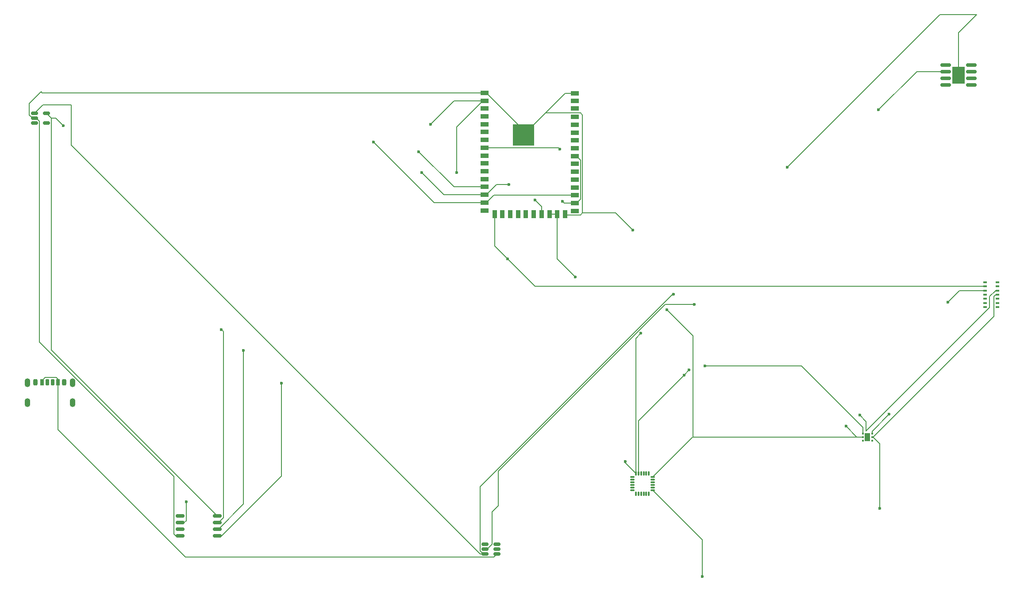
<source format=gbr>
%TF.GenerationSoftware,KiCad,Pcbnew,9.0.0*%
%TF.CreationDate,2025-04-09T11:56:36+05:30*%
%TF.ProjectId,IoT enabled health monitor,496f5420-656e-4616-926c-656420686561,rev?*%
%TF.SameCoordinates,Original*%
%TF.FileFunction,Copper,L1,Top*%
%TF.FilePolarity,Positive*%
%FSLAX46Y46*%
G04 Gerber Fmt 4.6, Leading zero omitted, Abs format (unit mm)*
G04 Created by KiCad (PCBNEW 9.0.0) date 2025-04-09 11:56:36*
%MOMM*%
%LPD*%
G01*
G04 APERTURE LIST*
G04 Aperture macros list*
%AMRoundRect*
0 Rectangle with rounded corners*
0 $1 Rounding radius*
0 $2 $3 $4 $5 $6 $7 $8 $9 X,Y pos of 4 corners*
0 Add a 4 corners polygon primitive as box body*
4,1,4,$2,$3,$4,$5,$6,$7,$8,$9,$2,$3,0*
0 Add four circle primitives for the rounded corners*
1,1,$1+$1,$2,$3*
1,1,$1+$1,$4,$5*
1,1,$1+$1,$6,$7*
1,1,$1+$1,$8,$9*
0 Add four rect primitives between the rounded corners*
20,1,$1+$1,$2,$3,$4,$5,0*
20,1,$1+$1,$4,$5,$6,$7,0*
20,1,$1+$1,$6,$7,$8,$9,0*
20,1,$1+$1,$8,$9,$2,$3,0*%
G04 Aperture macros list end*
%TA.AperFunction,SMDPad,CuDef*%
%ADD10RoundRect,0.150000X-0.512500X-0.150000X0.512500X-0.150000X0.512500X0.150000X-0.512500X0.150000X0*%
%TD*%
%TA.AperFunction,SMDPad,CuDef*%
%ADD11R,1.500000X0.900000*%
%TD*%
%TA.AperFunction,SMDPad,CuDef*%
%ADD12R,0.900000X1.500000*%
%TD*%
%TA.AperFunction,HeatsinkPad*%
%ADD13R,4.100000X4.100000*%
%TD*%
%TA.AperFunction,SMDPad,CuDef*%
%ADD14RoundRect,0.150000X-0.825000X-0.150000X0.825000X-0.150000X0.825000X0.150000X-0.825000X0.150000X0*%
%TD*%
%TA.AperFunction,HeatsinkPad*%
%ADD15R,2.410000X3.300000*%
%TD*%
%TA.AperFunction,SMDPad,CuDef*%
%ADD16RoundRect,0.162500X-0.650000X-0.162500X0.650000X-0.162500X0.650000X0.162500X-0.650000X0.162500X0*%
%TD*%
%TA.AperFunction,SMDPad,CuDef*%
%ADD17RoundRect,0.093750X-0.093750X-0.106250X0.093750X-0.106250X0.093750X0.106250X-0.093750X0.106250X0*%
%TD*%
%TA.AperFunction,HeatsinkPad*%
%ADD18R,1.000000X1.600000*%
%TD*%
%TA.AperFunction,SMDPad,CuDef*%
%ADD19RoundRect,0.075000X-0.350000X-0.075000X0.350000X-0.075000X0.350000X0.075000X-0.350000X0.075000X0*%
%TD*%
%TA.AperFunction,SMDPad,CuDef*%
%ADD20RoundRect,0.075000X0.075000X-0.350000X0.075000X0.350000X-0.075000X0.350000X-0.075000X-0.350000X0*%
%TD*%
%TA.AperFunction,SMDPad,CuDef*%
%ADD21RoundRect,0.087500X-0.287500X-0.087500X0.287500X-0.087500X0.287500X0.087500X-0.287500X0.087500X0*%
%TD*%
%TA.AperFunction,SMDPad,CuDef*%
%ADD22RoundRect,0.175000X-0.175000X-0.425000X0.175000X-0.425000X0.175000X0.425000X-0.175000X0.425000X0*%
%TD*%
%TA.AperFunction,SMDPad,CuDef*%
%ADD23RoundRect,0.190000X0.190000X0.410000X-0.190000X0.410000X-0.190000X-0.410000X0.190000X-0.410000X0*%
%TD*%
%TA.AperFunction,SMDPad,CuDef*%
%ADD24RoundRect,0.200000X0.200000X0.400000X-0.200000X0.400000X-0.200000X-0.400000X0.200000X-0.400000X0*%
%TD*%
%TA.AperFunction,SMDPad,CuDef*%
%ADD25RoundRect,0.175000X0.175000X0.425000X-0.175000X0.425000X-0.175000X-0.425000X0.175000X-0.425000X0*%
%TD*%
%TA.AperFunction,SMDPad,CuDef*%
%ADD26RoundRect,0.190000X-0.190000X-0.410000X0.190000X-0.410000X0.190000X0.410000X-0.190000X0.410000X0*%
%TD*%
%TA.AperFunction,SMDPad,CuDef*%
%ADD27RoundRect,0.200000X-0.200000X-0.400000X0.200000X-0.400000X0.200000X0.400000X-0.200000X0.400000X0*%
%TD*%
%TA.AperFunction,HeatsinkPad*%
%ADD28O,1.100000X1.700000*%
%TD*%
%TA.AperFunction,ViaPad*%
%ADD29C,0.600000*%
%TD*%
%TA.AperFunction,Conductor*%
%ADD30C,0.200000*%
%TD*%
G04 APERTURE END LIST*
D10*
%TO.P,U9,1,~{CHRG}*%
%TO.N,unconnected-(U9-~{CHRG}-Pad1)*%
X148475000Y-150600000D03*
%TO.P,U9,2,GND*%
%TO.N,Net-(U7-GND)*%
X148475000Y-151550000D03*
%TO.P,U9,3,BAT*%
%TO.N,Net-(U6-VIN)*%
X148475000Y-152500000D03*
%TO.P,U9,4,V_{CC}*%
%TO.N,Net-(U9-V_{CC})*%
X150750000Y-152500000D03*
%TO.P,U9,5,STDBY*%
%TO.N,unconnected-(U9-STDBY-Pad5)*%
X150750000Y-151550000D03*
%TO.P,U9,6,PROG*%
%TO.N,unconnected-(U9-PROG-Pad6)*%
X150750000Y-150600000D03*
%TD*%
D11*
%TO.P,U8,1,GND*%
%TO.N,GND*%
X148392500Y-64230000D03*
%TO.P,U8,2,3V3*%
%TO.N,+3.3V*%
X148392500Y-65730000D03*
%TO.P,U8,3,IO00*%
%TO.N,unconnected-(U8-IO00-Pad3)*%
X148392500Y-67230000D03*
%TO.P,U8,4,IO01*%
%TO.N,unconnected-(U8-IO01-Pad4)*%
X148392500Y-68730000D03*
%TO.P,U8,5,IO02*%
%TO.N,unconnected-(U8-IO02-Pad5)*%
X148392500Y-70230000D03*
%TO.P,U8,6,IO03*%
%TO.N,unconnected-(U8-IO03-Pad6)*%
X148392500Y-71730000D03*
%TO.P,U8,7,IO04*%
%TO.N,unconnected-(U8-IO04-Pad7)*%
X148392500Y-73230000D03*
%TO.P,U8,8,IO05*%
%TO.N,Net-(U1-SDA)*%
X148392500Y-74730000D03*
%TO.P,U8,9,IO06*%
%TO.N,unconnected-(U8-IO06-Pad9)*%
X148392500Y-76230000D03*
%TO.P,U8,10,IO07*%
%TO.N,unconnected-(U8-IO07-Pad10)*%
X148392500Y-77730000D03*
%TO.P,U8,11,IO08*%
%TO.N,unconnected-(U8-IO08-Pad11)*%
X148392500Y-79230000D03*
%TO.P,U8,12,IO09*%
%TO.N,unconnected-(U8-IO09-Pad12)*%
X148392500Y-80730000D03*
%TO.P,U8,13,IO10*%
%TO.N,Net-(U4-CLK)*%
X148392500Y-82230000D03*
%TO.P,U8,14,IO11*%
%TO.N,Net-(U4-DI{slash}IO_{0})*%
X148392500Y-83730000D03*
%TO.P,U8,15,IO12*%
%TO.N,Net-(U4-DO{slash}IO_{1})*%
X148392500Y-85230000D03*
%TO.P,U8,16,IO13*%
%TO.N,unconnected-(U8-IO13-Pad16)*%
X148392500Y-86730000D03*
D12*
%TO.P,U8,17,IO14*%
%TO.N,Net-(U1-SCL)*%
X150267500Y-87480000D03*
%TO.P,U8,18,IO15*%
%TO.N,unconnected-(U8-IO15-Pad18)*%
X151767500Y-87480000D03*
%TO.P,U8,19,IO16*%
%TO.N,unconnected-(U8-IO16-Pad19)*%
X153267500Y-87480000D03*
%TO.P,U8,20,IO17*%
%TO.N,unconnected-(U8-IO17-Pad20)*%
X154767500Y-87480000D03*
%TO.P,U8,21,IO18*%
%TO.N,unconnected-(U8-IO18-Pad21)*%
X156267500Y-87480000D03*
%TO.P,U8,22,USB_D-*%
%TO.N,unconnected-(U8-USB_D--Pad22)*%
X157767500Y-87480000D03*
%TO.P,U8,23,USB_D+*%
%TO.N,Net-(U4-DI{slash}IO_{0})*%
X159267500Y-87480000D03*
%TO.P,U8,24,IO21*%
%TO.N,Net-(U2-SCL)*%
X160767500Y-87480000D03*
%TO.P,U8,25,IO26*%
X162267500Y-87480000D03*
%TO.P,U8,26,GND*%
%TO.N,GND*%
X163767500Y-87480000D03*
D11*
%TO.P,U8,27,IO33*%
%TO.N,unconnected-(U8-IO33-Pad27)*%
X165642500Y-86830000D03*
%TO.P,U8,28,IO34*%
%TO.N,Net-(U2-SDA)*%
X165642500Y-85330000D03*
%TO.P,U8,29,IO35*%
%TO.N,Net-(U4-DO{slash}IO_{1})*%
X165642500Y-83830000D03*
%TO.P,U8,30,IO36*%
%TO.N,unconnected-(U8-IO36-Pad30)*%
X165642500Y-82330000D03*
%TO.P,U8,31,IO37*%
%TO.N,unconnected-(U8-IO37-Pad31)*%
X165642500Y-80830000D03*
%TO.P,U8,32,IO38*%
%TO.N,unconnected-(U8-IO38-Pad32)*%
X165642500Y-79330000D03*
%TO.P,U8,33,IO39*%
%TO.N,unconnected-(U8-IO39-Pad33)*%
X165642500Y-77830000D03*
%TO.P,U8,34,IO40*%
%TO.N,Net-(U2-SDA)*%
X165642500Y-76330000D03*
%TO.P,U8,35,IO41*%
%TO.N,unconnected-(U8-IO41-Pad35)*%
X165642500Y-74830000D03*
%TO.P,U8,36,IO42*%
%TO.N,unconnected-(U8-IO42-Pad36)*%
X165642500Y-73330000D03*
%TO.P,U8,37,TXD0*%
%TO.N,unconnected-(U8-TXD0-Pad37)*%
X165642500Y-71830000D03*
%TO.P,U8,38,RXD0*%
%TO.N,unconnected-(U8-RXD0-Pad38)*%
X165642500Y-70330000D03*
%TO.P,U8,39,IO45*%
%TO.N,unconnected-(U8-IO45-Pad39)*%
X165642500Y-68830000D03*
%TO.P,U8,40,IO46*%
%TO.N,unconnected-(U8-IO46-Pad40)*%
X165642500Y-67230000D03*
%TO.P,U8,41,EN*%
%TO.N,unconnected-(U8-EN-Pad41)*%
X165642500Y-65730000D03*
%TO.P,U8,42,GND*%
%TO.N,GND*%
X165642500Y-64330000D03*
D13*
%TO.P,U8,43,GND*%
X155827500Y-72270000D03*
%TD*%
D14*
%TO.P,U7,1,ISET*%
%TO.N,unconnected-(U7-ISET-Pad1)*%
X236550000Y-58940000D03*
%TO.P,U7,2,VIN*%
%TO.N,Net-(U6-VIN)*%
X236550000Y-60210000D03*
%TO.P,U7,3,VL*%
%TO.N,unconnected-(U7-VL-Pad3)*%
X236550000Y-61480000D03*
%TO.P,U7,4,LX*%
%TO.N,unconnected-(U7-LX-Pad4)*%
X236550000Y-62750000D03*
%TO.P,U7,5,VH*%
%TO.N,unconnected-(U7-VH-Pad5)*%
X241500000Y-62750000D03*
%TO.P,U7,6,NC*%
%TO.N,unconnected-(U7-NC-Pad6)*%
X241500000Y-61480000D03*
%TO.P,U7,7,VSET/LED*%
%TO.N,unconnected-(U7-VSET{slash}LED-Pad7)*%
X241500000Y-60210000D03*
%TO.P,U7,8,NTC*%
%TO.N,unconnected-(U7-NTC-Pad8)*%
X241500000Y-58940000D03*
D15*
%TO.P,U7,9,GND*%
%TO.N,Net-(U7-GND)*%
X239025000Y-60845000D03*
%TD*%
D10*
%TO.P,U6,1,VIN*%
%TO.N,Net-(U6-VIN)*%
X62225000Y-68100000D03*
%TO.P,U6,2,GND*%
%TO.N,GND*%
X62225000Y-69050000D03*
%TO.P,U6,3,EN*%
%TO.N,unconnected-(U6-EN-Pad3)*%
X62225000Y-70000000D03*
%TO.P,U6,4,NC*%
%TO.N,unconnected-(U6-NC-Pad4)*%
X64500000Y-70000000D03*
%TO.P,U6,5,VOUT*%
%TO.N,+3.3V*%
X64500000Y-68100000D03*
%TD*%
D16*
%TO.P,U4,1,~{CS}*%
%TO.N,unconnected-(U4-~{CS}-Pad1)*%
X90075000Y-145190000D03*
%TO.P,U4,2,DO/IO_{1}*%
%TO.N,Net-(U4-DO{slash}IO_{1})*%
X90075000Y-146460000D03*
%TO.P,U4,3,~{WP}/IO_{2}*%
%TO.N,unconnected-(U4-~{WP}{slash}IO_{2}-Pad3)*%
X90075000Y-147730000D03*
%TO.P,U4,4,GND*%
%TO.N,GND*%
X90075000Y-149000000D03*
%TO.P,U4,5,DI/IO_{0}*%
%TO.N,Net-(U4-DI{slash}IO_{0})*%
X97250000Y-149000000D03*
%TO.P,U4,6,CLK*%
%TO.N,Net-(U4-CLK)*%
X97250000Y-147730000D03*
%TO.P,U4,7,~{HOLD}/~{RESET}/IO_{3}*%
%TO.N,Net-(U1-SCL)*%
X97250000Y-146460000D03*
%TO.P,U4,8,VCC*%
%TO.N,+3.3V*%
X97250000Y-145190000D03*
%TD*%
D17*
%TO.P,U3,1,SCL*%
%TO.N,Net-(U2-SCL)*%
X220725000Y-129450000D03*
%TO.P,U3,2,GND*%
%TO.N,GND*%
X220725000Y-130100000D03*
%TO.P,U3,3,ALERT*%
%TO.N,unconnected-(U3-ALERT-Pad3)*%
X220725000Y-130750000D03*
%TO.P,U3,4,ADD0*%
%TO.N,unconnected-(U3-ADD0-Pad4)*%
X222500000Y-130750000D03*
%TO.P,U3,5,V+*%
%TO.N,+3.3V*%
X222500000Y-130100000D03*
%TO.P,U3,6,SDA*%
%TO.N,Net-(U2-SDA)*%
X222500000Y-129450000D03*
D18*
%TO.P,U3,7*%
%TO.N,N/C*%
X221612500Y-130100000D03*
%TD*%
D19*
%TO.P,U2,1,CLKIN*%
%TO.N,unconnected-(U2-CLKIN-Pad1)*%
X176600000Y-137750000D03*
%TO.P,U2,2,NC*%
%TO.N,unconnected-(U2-NC-Pad2)*%
X176600000Y-138250000D03*
%TO.P,U2,3,NC*%
%TO.N,unconnected-(U2-NC-Pad3)*%
X176600000Y-138750000D03*
%TO.P,U2,4,NC*%
%TO.N,unconnected-(U2-NC-Pad4)*%
X176600000Y-139250000D03*
%TO.P,U2,5,NC*%
%TO.N,unconnected-(U2-NC-Pad5)*%
X176600000Y-139750000D03*
%TO.P,U2,6,AUX_DA*%
%TO.N,unconnected-(U2-AUX_DA-Pad6)*%
X176600000Y-140250000D03*
D20*
%TO.P,U2,7,AUX_CL*%
%TO.N,unconnected-(U2-AUX_CL-Pad7)*%
X177300000Y-140950000D03*
%TO.P,U2,8,VLOGIC*%
%TO.N,unconnected-(U2-VLOGIC-Pad8)*%
X177800000Y-140950000D03*
%TO.P,U2,9,AD0*%
%TO.N,unconnected-(U2-AD0-Pad9)*%
X178300000Y-140950000D03*
%TO.P,U2,10,REGOUT*%
%TO.N,unconnected-(U2-REGOUT-Pad10)*%
X178800000Y-140950000D03*
%TO.P,U2,11,FSYNC*%
%TO.N,unconnected-(U2-FSYNC-Pad11)*%
X179300000Y-140950000D03*
%TO.P,U2,12,INT*%
%TO.N,unconnected-(U2-INT-Pad12)*%
X179800000Y-140950000D03*
D19*
%TO.P,U2,13,VDD*%
%TO.N,+3.3V*%
X180500000Y-140250000D03*
%TO.P,U2,14,NC*%
%TO.N,unconnected-(U2-NC-Pad14)*%
X180500000Y-139750000D03*
%TO.P,U2,15,NC*%
%TO.N,unconnected-(U2-NC-Pad15)*%
X180500000Y-139250000D03*
%TO.P,U2,16,NC*%
%TO.N,unconnected-(U2-NC-Pad16)*%
X180500000Y-138750000D03*
%TO.P,U2,17,NC*%
%TO.N,unconnected-(U2-NC-Pad17)*%
X180500000Y-138250000D03*
%TO.P,U2,18,GND*%
%TO.N,GND*%
X180500000Y-137750000D03*
D20*
%TO.P,U2,19,RESV*%
%TO.N,unconnected-(U2-RESV-Pad19)*%
X179800000Y-137050000D03*
%TO.P,U2,20,CPOUT*%
%TO.N,unconnected-(U2-CPOUT-Pad20)*%
X179300000Y-137050000D03*
%TO.P,U2,21,RESV*%
%TO.N,unconnected-(U2-RESV-Pad21)*%
X178800000Y-137050000D03*
%TO.P,U2,22,RESV*%
%TO.N,unconnected-(U2-RESV-Pad22)*%
X178300000Y-137050000D03*
%TO.P,U2,23,SCL*%
%TO.N,Net-(U2-SCL)*%
X177800000Y-137050000D03*
%TO.P,U2,24,SDA*%
%TO.N,Net-(U2-SDA)*%
X177300000Y-137050000D03*
%TD*%
D21*
%TO.P,U1,1,NC*%
%TO.N,unconnected-(U1-NC-Pad1)*%
X244100000Y-100450000D03*
%TO.P,U1,2,SCL*%
%TO.N,Net-(U1-SCL)*%
X244100000Y-101250000D03*
%TO.P,U1,3,SDA*%
%TO.N,Net-(U1-SDA)*%
X244100000Y-102050000D03*
%TO.P,U1,4,PGND*%
%TO.N,unconnected-(U1-PGND-Pad4)*%
X244100000Y-102850000D03*
%TO.P,U1,5,NC*%
%TO.N,unconnected-(U1-NC-Pad5)*%
X244100000Y-103650000D03*
%TO.P,U1,6,NC*%
%TO.N,unconnected-(U1-NC-Pad6)*%
X244100000Y-104450000D03*
%TO.P,U1,7,NC*%
%TO.N,unconnected-(U1-NC-Pad7)*%
X244100000Y-105250000D03*
%TO.P,U1,8,NC*%
%TO.N,unconnected-(U1-NC-Pad8)*%
X246500000Y-105250000D03*
%TO.P,U1,9,VLED+*%
%TO.N,unconnected-(U1-VLED+-Pad10)*%
X246500000Y-104450000D03*
%TO.P,U1,10,VLED+*%
%TO.N,unconnected-(U1-VLED+-Pad10)_1*%
X246500000Y-103650000D03*
%TO.P,U1,11,VDD*%
%TO.N,+3.3V*%
X246500000Y-102850000D03*
%TO.P,U1,12,GND*%
%TO.N,GND*%
X246500000Y-102050000D03*
%TO.P,U1,13,~{INT}*%
%TO.N,unconnected-(U1-~{INT}-Pad13)*%
X246500000Y-101250000D03*
%TO.P,U1,14,NC*%
%TO.N,unconnected-(U1-NC-Pad14)*%
X246500000Y-100450000D03*
%TD*%
D22*
%TO.P,J1,A5,CC1*%
%TO.N,unconnected-(J1-CC1-PadA5)*%
X64680000Y-119620000D03*
D23*
%TO.P,J1,A9,VBUS*%
%TO.N,Net-(U9-V_{CC})*%
X66700000Y-119620000D03*
D24*
%TO.P,J1,A12,GND*%
%TO.N,unconnected-(J1-GND-PadA12)*%
X67930000Y-119620000D03*
D25*
%TO.P,J1,B5,CC2*%
%TO.N,unconnected-(J1-CC2-PadB5)*%
X65680000Y-119620000D03*
D26*
%TO.P,J1,B9,VBUS*%
%TO.N,Net-(U9-V_{CC})*%
X63660000Y-119620000D03*
D27*
%TO.P,J1,B12,GND*%
%TO.N,unconnected-(J1-GND-PadA12)_1*%
X62430000Y-119620000D03*
D28*
%TO.P,J1,S1,SHIELD*%
%TO.N,unconnected-(J1-SHIELD-PadS1)_2*%
X60860000Y-119700000D03*
%TO.N,unconnected-(J1-SHIELD-PadS1)_3*%
X60860000Y-123500000D03*
%TO.N,unconnected-(J1-SHIELD-PadS1)_1*%
X69500000Y-119700000D03*
%TO.N,unconnected-(J1-SHIELD-PadS1)*%
X69500000Y-123500000D03*
%TD*%
D29*
%TO.N,Net-(U6-VIN)*%
X223750000Y-67500000D03*
X184500000Y-102750000D03*
%TO.N,Net-(U7-GND)*%
X206250000Y-78500000D03*
X188500000Y-104750000D03*
%TO.N,GND*%
X217500000Y-128000000D03*
X220125000Y-125875000D03*
%TO.N,Net-(U2-SCL)*%
X190500000Y-116500000D03*
X187500000Y-117250000D03*
%TO.N,Net-(U2-SDA)*%
X225750000Y-125750000D03*
X175250000Y-134750000D03*
%TO.N,Net-(U2-SCL)*%
X186500000Y-118250000D03*
X165750000Y-99500000D03*
%TO.N,Net-(U2-SDA)*%
X178250000Y-110250000D03*
X163250000Y-85000000D03*
%TO.N,GND*%
X176750000Y-90500000D03*
X183250000Y-105750000D03*
%TO.N,+3.3V*%
X224000000Y-143750000D03*
%TO.N,Net-(U1-SDA)*%
X237000000Y-104250000D03*
X162750000Y-75000000D03*
%TO.N,+3.3V*%
X190000000Y-156750000D03*
X143000000Y-79500000D03*
%TO.N,Net-(U4-DI{slash}IO_{0})*%
X158000000Y-84750000D03*
X153000000Y-81750000D03*
X136351000Y-79500000D03*
X109500000Y-119750000D03*
%TO.N,Net-(U4-CLK)*%
X135750000Y-75500000D03*
X102250000Y-113500000D03*
%TO.N,Net-(U1-SCL)*%
X152750000Y-96000000D03*
X98000000Y-109500000D03*
%TO.N,Net-(U4-DO{slash}IO_{1})*%
X127125000Y-73625000D03*
X91250000Y-142500000D03*
%TO.N,+3.3V*%
X138000000Y-70250000D03*
X67750000Y-70500000D03*
%TD*%
D30*
%TO.N,Net-(U6-VIN)*%
X231040000Y-60210000D02*
X236550000Y-60210000D01*
X223750000Y-67500000D02*
X231040000Y-60210000D01*
X147511500Y-151890968D02*
X147511500Y-139571457D01*
X184332957Y-102750000D02*
X184500000Y-102750000D01*
X148120532Y-152500000D02*
X147511500Y-151890968D01*
X147511500Y-139571457D02*
X184332957Y-102750000D01*
X148475000Y-152500000D02*
X148120532Y-152500000D01*
%TO.N,Net-(U7-GND)*%
X239025000Y-52725000D02*
X239025000Y-60845000D01*
X206250000Y-78500000D02*
X235500000Y-49250000D01*
X235500000Y-49250000D02*
X242500000Y-49250000D01*
X242500000Y-49250000D02*
X239025000Y-52725000D01*
X182900057Y-104750000D02*
X188500000Y-104750000D01*
X151000000Y-136650057D02*
X182900057Y-104750000D01*
X151000000Y-143250000D02*
X151000000Y-136650057D01*
X149786500Y-144463500D02*
X151000000Y-143250000D01*
X149786500Y-150592968D02*
X149786500Y-144463500D01*
X148829468Y-151550000D02*
X149786500Y-150592968D01*
X148475000Y-151550000D02*
X148829468Y-151550000D01*
%TO.N,GND*%
X219600000Y-130100000D02*
X220725000Y-130100000D01*
X217500000Y-128000000D02*
X219600000Y-130100000D01*
X220125000Y-125875000D02*
X220000000Y-125750000D01*
X221377848Y-127127848D02*
X220125000Y-125875000D01*
X221377848Y-128949000D02*
X221377848Y-127127848D01*
%TO.N,Net-(U2-SCL)*%
X220725000Y-128225000D02*
X220725000Y-129450000D01*
X209000000Y-116500000D02*
X220725000Y-128225000D01*
X190500000Y-116500000D02*
X209000000Y-116500000D01*
X186500000Y-118250000D02*
X187500000Y-117250000D01*
%TO.N,Net-(U2-SDA)*%
X222500000Y-129000000D02*
X222500000Y-129450000D01*
X225750000Y-125750000D02*
X222500000Y-129000000D01*
X175250000Y-135000000D02*
X175250000Y-134750000D01*
X177300000Y-137050000D02*
X175250000Y-135000000D01*
%TO.N,Net-(U2-SCL)*%
X177800000Y-126950000D02*
X177800000Y-137050000D01*
X186500000Y-118250000D02*
X177800000Y-126950000D01*
X162267500Y-96017500D02*
X165750000Y-99500000D01*
X162267500Y-87480000D02*
X162267500Y-96017500D01*
%TO.N,Net-(U2-SDA)*%
X177300000Y-111200000D02*
X177300000Y-137050000D01*
X178250000Y-110250000D02*
X177300000Y-111200000D01*
X163580000Y-85330000D02*
X163250000Y-85000000D01*
X165642500Y-85330000D02*
X163580000Y-85330000D01*
%TO.N,GND*%
X173430000Y-87180000D02*
X167094500Y-87180000D01*
X176750000Y-90500000D02*
X173430000Y-87180000D01*
X188250000Y-110750000D02*
X183250000Y-105750000D01*
X188250000Y-130100000D02*
X220725000Y-130100000D01*
X188250000Y-130100000D02*
X188250000Y-110750000D01*
X188150000Y-130100000D02*
X188250000Y-130100000D01*
X180500000Y-137750000D02*
X188150000Y-130100000D01*
%TO.N,+3.3V*%
X222687499Y-130100000D02*
X222500000Y-130100000D01*
X224000000Y-131412501D02*
X222687499Y-130100000D01*
X224000000Y-143750000D02*
X224000000Y-131412501D01*
%TO.N,GND*%
X245000000Y-105326848D02*
X221377848Y-128949000D01*
X245000000Y-103175001D02*
X245000000Y-105326848D01*
X246125001Y-102050000D02*
X245000000Y-103175001D01*
X246500000Y-102050000D02*
X246125001Y-102050000D01*
%TO.N,+3.3V*%
X245824000Y-103151001D02*
X246125001Y-102850000D01*
X222687499Y-130100000D02*
X245824000Y-106963499D01*
X245824000Y-106963499D02*
X245824000Y-103151001D01*
X246125001Y-102850000D02*
X246500000Y-102850000D01*
%TO.N,Net-(U1-SDA)*%
X239200000Y-102050000D02*
X244100000Y-102050000D01*
X237000000Y-104250000D02*
X239200000Y-102050000D01*
X162480000Y-74730000D02*
X162750000Y-75000000D01*
X148392500Y-74730000D02*
X162480000Y-74730000D01*
%TO.N,+3.3V*%
X190000000Y-149750000D02*
X180500000Y-140250000D01*
X190000000Y-156750000D02*
X190000000Y-149750000D01*
X148020000Y-65730000D02*
X143000000Y-70750000D01*
X143000000Y-70750000D02*
X143000000Y-79500000D01*
X148392500Y-65730000D02*
X148020000Y-65730000D01*
%TO.N,Net-(U1-SCL)*%
X152750000Y-96000000D02*
X158000000Y-101250000D01*
X158000000Y-101250000D02*
X244100000Y-101250000D01*
%TO.N,Net-(U4-DI{slash}IO_{0})*%
X158000000Y-84750000D02*
X159267500Y-86017500D01*
X159267500Y-86017500D02*
X159267500Y-87480000D01*
X150672500Y-81750000D02*
X153000000Y-81750000D01*
X148692500Y-83730000D02*
X150672500Y-81750000D01*
X148392500Y-83730000D02*
X148692500Y-83730000D01*
X140581000Y-83730000D02*
X148392500Y-83730000D01*
X136351000Y-79500000D02*
X140581000Y-83730000D01*
X109500000Y-137562499D02*
X109500000Y-119750000D01*
X98062499Y-149000000D02*
X109500000Y-137562499D01*
X97250000Y-149000000D02*
X98062499Y-149000000D01*
%TO.N,Net-(U4-CLK)*%
X142480000Y-82230000D02*
X148392500Y-82230000D01*
X135750000Y-75500000D02*
X142480000Y-82230000D01*
X102250000Y-142932490D02*
X102250000Y-113500000D01*
X97452490Y-147730000D02*
X102250000Y-142932490D01*
X97250000Y-147730000D02*
X97452490Y-147730000D01*
%TO.N,Net-(U1-SCL)*%
X150267500Y-93517500D02*
X150267500Y-87480000D01*
X152750000Y-96000000D02*
X150267500Y-93517500D01*
X98363500Y-109863500D02*
X98000000Y-109500000D01*
X98363500Y-145548990D02*
X98363500Y-109863500D01*
X97452490Y-146460000D02*
X98363500Y-145548990D01*
X97250000Y-146460000D02*
X97452490Y-146460000D01*
%TO.N,Net-(U4-DO{slash}IO_{1})*%
X138730000Y-85230000D02*
X148392500Y-85230000D01*
X127125000Y-73625000D02*
X138730000Y-85230000D01*
X91250000Y-146097499D02*
X91250000Y-142500000D01*
X90887499Y-146460000D02*
X91250000Y-146097499D01*
X90075000Y-146460000D02*
X90887499Y-146460000D01*
%TO.N,+3.3V*%
X142520000Y-65730000D02*
X148392500Y-65730000D01*
X138000000Y-70250000D02*
X142520000Y-65730000D01*
X66313500Y-69063500D02*
X67750000Y-70500000D01*
X65463500Y-69063500D02*
X66313500Y-69063500D01*
X65463500Y-113403500D02*
X97250000Y-145190000D01*
X64500000Y-68100000D02*
X65463500Y-69063500D01*
X65463500Y-69063500D02*
X65463500Y-113403500D01*
%TO.N,Net-(U6-VIN)*%
X147500000Y-152500000D02*
X148475000Y-152500000D01*
X69250000Y-74250000D02*
X147500000Y-152500000D01*
X69250000Y-66500000D02*
X69250000Y-74250000D01*
X63825000Y-66500000D02*
X69250000Y-66500000D01*
X62225000Y-68100000D02*
X63825000Y-66500000D01*
%TO.N,GND*%
X89262501Y-149000000D02*
X90075000Y-149000000D01*
X63188500Y-111885004D02*
X88961500Y-137658004D01*
X63188500Y-69659032D02*
X63188500Y-111885004D01*
X88961500Y-148698999D02*
X89262501Y-149000000D01*
X62225000Y-69050000D02*
X62579468Y-69050000D01*
X62579468Y-69050000D02*
X63188500Y-69659032D01*
X88961500Y-137658004D02*
X88961500Y-148698999D01*
%TO.N,Net-(U9-V_{CC})*%
X150149000Y-153101000D02*
X150750000Y-152500000D01*
X91101000Y-153101000D02*
X150149000Y-153101000D01*
X66700000Y-119620000D02*
X66700000Y-128700000D01*
X66700000Y-128700000D02*
X91101000Y-153101000D01*
X64302986Y-118719000D02*
X66399000Y-118719000D01*
X66700000Y-119020000D02*
X66700000Y-119620000D01*
X63660000Y-119361986D02*
X64302986Y-118719000D01*
X63660000Y-119620000D02*
X63660000Y-119361986D01*
X66399000Y-118719000D02*
X66700000Y-119020000D01*
%TO.N,GND*%
X163868500Y-87581000D02*
X163767500Y-87480000D01*
X166693500Y-87581000D02*
X163868500Y-87581000D01*
X167094500Y-68480000D02*
X167094500Y-87180000D01*
X167094500Y-87180000D02*
X166693500Y-87581000D01*
X166693500Y-68079000D02*
X167094500Y-68480000D01*
X160018500Y-68079000D02*
X166693500Y-68079000D01*
X155827500Y-72270000D02*
X160018500Y-68079000D01*
X163767500Y-64330000D02*
X165642500Y-64330000D01*
X155827500Y-72270000D02*
X163767500Y-64330000D01*
X155827500Y-71365000D02*
X155827500Y-72270000D01*
X148692500Y-64230000D02*
X155827500Y-71365000D01*
X148392500Y-64230000D02*
X148692500Y-64230000D01*
%TO.N,Net-(U2-SCL)*%
X160767500Y-87480000D02*
X162267500Y-87480000D01*
%TO.N,Net-(U2-SDA)*%
X166693500Y-84579000D02*
X165942500Y-85330000D01*
X165942500Y-85330000D02*
X165642500Y-85330000D01*
X166693500Y-77081000D02*
X166693500Y-84579000D01*
X165942500Y-76330000D02*
X166693500Y-77081000D01*
X165642500Y-76330000D02*
X165942500Y-76330000D01*
%TO.N,Net-(U4-DO{slash}IO_{1})*%
X148692500Y-85230000D02*
X150092500Y-83830000D01*
X150092500Y-83830000D02*
X165642500Y-83830000D01*
X148392500Y-85230000D02*
X148692500Y-85230000D01*
%TO.N,GND*%
X63730000Y-64230000D02*
X148392500Y-64230000D01*
X63500000Y-64000000D02*
X63730000Y-64230000D01*
X61261500Y-66238500D02*
X63500000Y-64000000D01*
X61870532Y-69050000D02*
X61261500Y-68440968D01*
X61261500Y-68440968D02*
X61261500Y-66238500D01*
X62225000Y-69050000D02*
X61870532Y-69050000D01*
%TD*%
M02*

</source>
